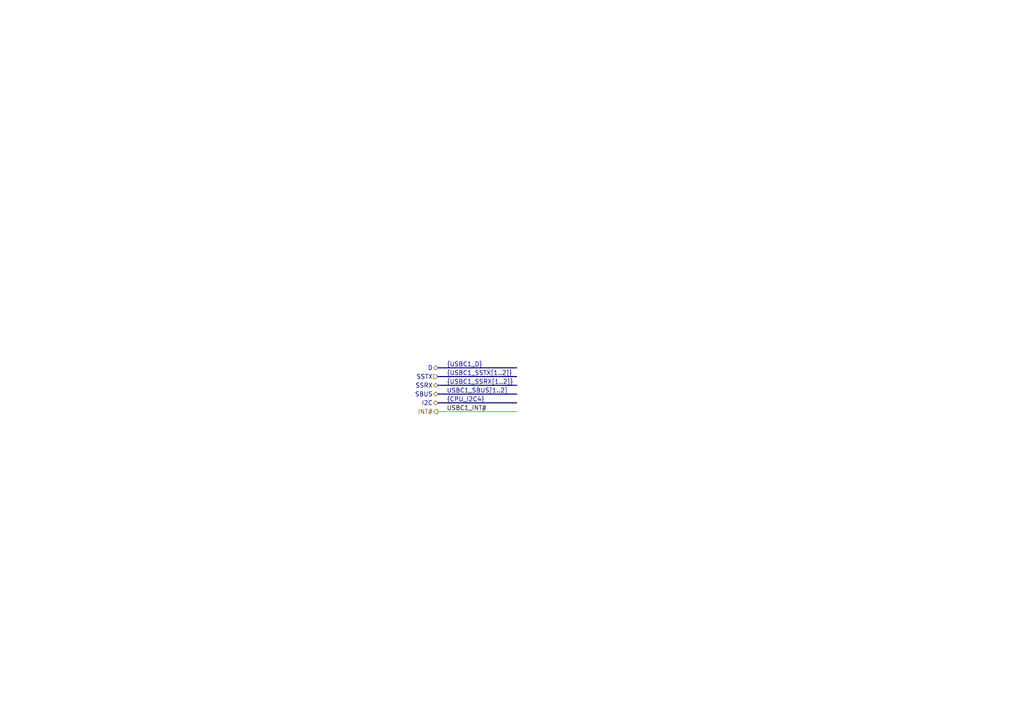
<source format=kicad_sch>
(kicad_sch
	(version 20250114)
	(generator "eeschema")
	(generator_version "9.0")
	(uuid "889f63d6-8687-4e96-84fe-e9bb15c5b342")
	(paper "A4")
	(title_block
		(date "2026-01-14")
		(rev "1.0.0")
		(company "TickLab")
		(comment 1 "Project: VESA-SBC3399")
	)
	(lib_symbols)
	(bus
		(pts
			(xy 149.86 106.68) (xy 127 106.68)
		)
		(stroke
			(width 0)
			(type default)
		)
		(uuid "0295b356-8ef6-47f4-b81d-e1e88f81468f")
	)
	(wire
		(pts
			(xy 149.86 119.38) (xy 127 119.38)
		)
		(stroke
			(width 0)
			(type default)
		)
		(uuid "2f556a9d-b958-4fd2-9ca7-398c3b8306e8")
	)
	(bus
		(pts
			(xy 149.86 109.22) (xy 127 109.22)
		)
		(stroke
			(width 0)
			(type default)
		)
		(uuid "419b5369-1e65-4928-8815-7de5e86eeff9")
	)
	(bus
		(pts
			(xy 149.86 116.84) (xy 127 116.84)
		)
		(stroke
			(width 0)
			(type default)
		)
		(uuid "52dcc761-e3e0-4c7e-bbd0-be4fb0dbc604")
	)
	(bus
		(pts
			(xy 149.86 114.3) (xy 127 114.3)
		)
		(stroke
			(width 0)
			(type default)
		)
		(uuid "85e8a0ae-ab51-4ade-a006-c5907ced1497")
	)
	(bus
		(pts
			(xy 149.86 111.76) (xy 127 111.76)
		)
		(stroke
			(width 0)
			(type default)
		)
		(uuid "d6337cd9-4754-4260-94a3-0ac9ae55917b")
	)
	(label "{USBC1_SSRX[1..2]}"
		(at 129.54 111.76 0)
		(effects
			(font
				(size 1.27 1.27)
			)
			(justify left bottom)
		)
		(uuid "1d72cbd7-327b-4efc-bc3a-23f4e6b827d5")
	)
	(label "{USBC1_D}"
		(at 129.54 106.68 0)
		(effects
			(font
				(size 1.27 1.27)
			)
			(justify left bottom)
		)
		(uuid "46b3fbc9-588d-425c-8d24-d3845ccdbfba")
	)
	(label "{USBC1_SSTX[1..2]}"
		(at 129.54 109.22 0)
		(effects
			(font
				(size 1.27 1.27)
			)
			(justify left bottom)
		)
		(uuid "65ba8f90-10c5-47aa-b2ee-5e97c4334efc")
	)
	(label "USBC1_SBUS[1..2]"
		(at 129.54 114.3 0)
		(effects
			(font
				(size 1.27 1.27)
			)
			(justify left bottom)
		)
		(uuid "8100a40e-df84-47b0-afc3-79072edef165")
	)
	(label "USBC1_INT#"
		(at 129.54 119.38 0)
		(effects
			(font
				(size 1.27 1.27)
			)
			(justify left bottom)
		)
		(uuid "a360bed0-1623-40d0-8f1e-5c0b533248ee")
	)
	(label "{CPU_I2C4}"
		(at 129.54 116.84 0)
		(effects
			(font
				(size 1.27 1.27)
			)
			(justify left bottom)
		)
		(uuid "e2f4caf9-7400-4379-9e44-ecac849ccf7d")
	)
	(hierarchical_label "SSTX"
		(shape input)
		(at 127 109.22 180)
		(effects
			(font
				(size 1.27 1.27)
			)
			(justify right)
		)
		(uuid "141f9092-1f46-4842-97dc-0f63a0c01dc3")
	)
	(hierarchical_label "SSRX"
		(shape bidirectional)
		(at 127 111.76 180)
		(effects
			(font
				(size 1.27 1.27)
			)
			(justify right)
		)
		(uuid "7e34b2ff-030e-4e0a-a59e-03ab19364973")
	)
	(hierarchical_label "INT#"
		(shape output)
		(at 127 119.38 180)
		(effects
			(font
				(size 1.27 1.27)
			)
			(justify right)
		)
		(uuid "a71af813-c720-478b-98af-1b1f6c213f48")
	)
	(hierarchical_label "D"
		(shape bidirectional)
		(at 127 106.68 180)
		(effects
			(font
				(size 1.27 1.27)
			)
			(justify right)
		)
		(uuid "a7a0a35b-393f-4371-8911-63a2de2584ce")
	)
	(hierarchical_label "I2C"
		(shape bidirectional)
		(at 127 116.84 180)
		(effects
			(font
				(size 1.27 1.27)
			)
			(justify right)
		)
		(uuid "ad19898a-fb97-4677-b58b-1373377d3310")
	)
	(hierarchical_label "SBUS"
		(shape bidirectional)
		(at 127 114.3 180)
		(effects
			(font
				(size 1.27 1.27)
			)
			(justify right)
		)
		(uuid "add376c4-242f-47e7-8d61-b039314e5a29")
	)
)

</source>
